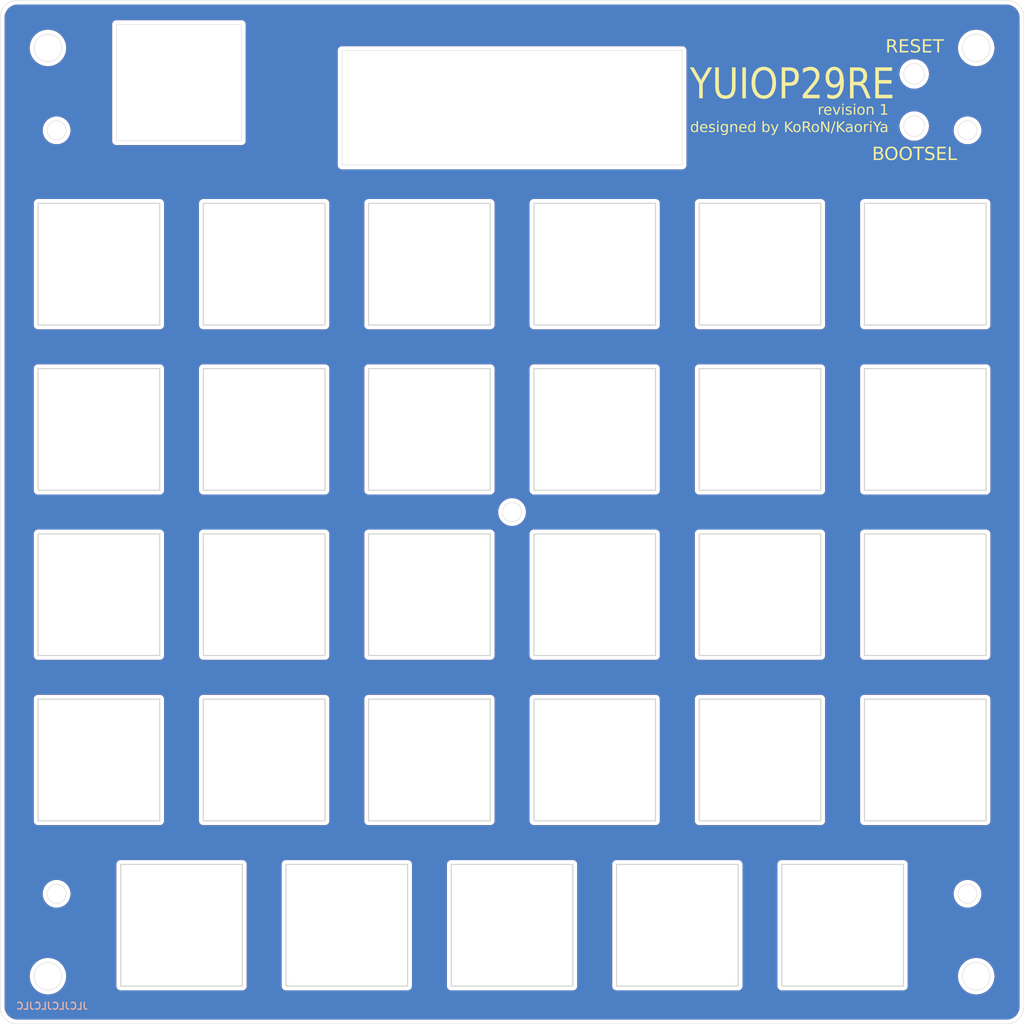
<source format=kicad_pcb>
(kicad_pcb (version 20240108) (generator "pcbnew") (generator_version "8.0")
  (title_block (title "YUIOP29RE/TOP PLATE") (date "2024-09-16") (rev "1") (company "KaoriYa"))
  (layers (0 "F.Cu" signal) (31 "B.Cu" signal) (34 "B.Paste" user) (35 "F.Paste" user) (36 "B.SilkS" user "B.Silkscreen") (37 "F.SilkS" user "F.Silkscreen") (38 "B.Mask" user) (39 "F.Mask" user) (44 "Edge.Cuts" user))
  (net 0 "")
  (net 1 "GND")
  (footprint "yuiop:TopPlate_v2_Switch_1u" (layer "F.Cu") (at 197.625 90.475)
    (property "Reference" "KSW12" (hide yes))
    (property "Value" "KEY_SWITCH" (hide yes))
    (fp_line (start -7.0104 -7.0104) (end -7.0104 7.0104) (stroke (width 0.12)) (layer "Edge.Cuts"))
    (fp_line (start -7.0104 7.0104) (end 7.0104 7.0104) (stroke (width 0.12)) (layer "Edge.Cuts"))
    (fp_line (start 7.0104 -7.0104) (end -7.0104 -7.0104) (stroke (width 0.12)) (layer "Edge.Cuts"))
    (fp_line (start 7.0104 7.0104) (end 7.0104 -7.0104) (stroke (width 0.12)) (layer "Edge.Cuts"))
  )
  (footprint "yuiop:TopPlate_v2_Switch_1u" (layer "F.Cu") (at 140.475 128.575)
    (property "Reference" "KSW21" (hide yes))
    (property "Value" "KEY_SWITCH" (hide yes))
    (fp_line (start -7.0104 -7.0104) (end -7.0104 7.0104) (stroke (width 0.12)) (layer "Edge.Cuts"))
    (fp_line (start -7.0104 7.0104) (end 7.0104 7.0104) (stroke (width 0.12)) (layer "Edge.Cuts"))
    (fp_line (start 7.0104 -7.0104) (end -7.0104 -7.0104) (stroke (width 0.12)) (layer "Edge.Cuts"))
    (fp_line (start 7.0104 7.0104) (end 7.0104 -7.0104) (stroke (width 0.12)) (layer "Edge.Cuts"))
  )
  (footprint "yuiop:TopPlate_v2_Switch_1u" (layer "F.Cu") (at 159.525 109.525)
    (property "Reference" "KSW16" (hide yes))
    (property "Value" "KEY_SWITCH" (hide yes))
    (fp_line (start -7.0104 -7.0104) (end -7.0104 7.0104) (stroke (width 0.12)) (layer "Edge.Cuts"))
    (fp_line (start -7.0104 7.0104) (end 7.0104 7.0104) (stroke (width 0.12)) (layer "Edge.Cuts"))
    (fp_line (start 7.0104 -7.0104) (end -7.0104 -7.0104) (stroke (width 0.12)) (layer "Edge.Cuts"))
    (fp_line (start 7.0104 7.0104) (end 7.0104 -7.0104) (stroke (width 0.12)) (layer "Edge.Cuts"))
  )
  (footprint "yuiop:TopPlate_v2_Switch_1u" (layer "F.Cu") (at 178.575 90.475)
    (property "Reference" "KSW11" (hide yes))
    (property "Value" "KEY_SWITCH" (hide yes))
    (fp_line (start -7.0104 -7.0104) (end -7.0104 7.0104) (stroke (width 0.12)) (layer "Edge.Cuts"))
    (fp_line (start -7.0104 7.0104) (end 7.0104 7.0104) (stroke (width 0.12)) (layer "Edge.Cuts"))
    (fp_line (start 7.0104 -7.0104) (end -7.0104 -7.0104) (stroke (width 0.12)) (layer "Edge.Cuts"))
    (fp_line (start 7.0104 7.0104) (end 7.0104 -7.0104) (stroke (width 0.12)) (layer "Edge.Cuts"))
  )
  (footprint "yuiop:TopPlate_v2_Switch_1u" (layer "F.Cu") (at 140.475 109.525)
    (property "Reference" "KSW15" (hide yes))
    (property "Value" "KEY_SWITCH" (hide yes))
    (fp_line (start -7.0104 -7.0104) (end -7.0104 7.0104) (stroke (width 0.12)) (layer "Edge.Cuts"))
    (fp_line (start -7.0104 7.0104) (end 7.0104 7.0104) (stroke (width 0.12)) (layer "Edge.Cuts"))
    (fp_line (start 7.0104 -7.0104) (end -7.0104 -7.0104) (stroke (width 0.12)) (layer "Edge.Cuts"))
    (fp_line (start 7.0104 7.0104) (end 7.0104 -7.0104) (stroke (width 0.12)) (layer "Edge.Cuts"))
  )
  (footprint "yuiop:TopPlate_v2_Switch_1u" (layer "F.Cu") (at 140.475 90.475)
    (property "Reference" "KSW9" (hide yes))
    (property "Value" "KEY_SWITCH" (hide yes))
    (fp_line (start -7.0104 -7.0104) (end -7.0104 7.0104) (stroke (width 0.12)) (layer "Edge.Cuts"))
    (fp_line (start -7.0104 7.0104) (end 7.0104 7.0104) (stroke (width 0.12)) (layer "Edge.Cuts"))
    (fp_line (start 7.0104 -7.0104) (end -7.0104 -7.0104) (stroke (width 0.12)) (layer "Edge.Cuts"))
    (fp_line (start 7.0104 7.0104) (end 7.0104 -7.0104) (stroke (width 0.12)) (layer "Edge.Cuts"))
  )
  (footprint "yuiop:TopPlate_v2_Switch_1u" (layer "F.Cu") (at 197.625 109.525)
    (property "Reference" "KSW18" (hide yes))
    (property "Value" "KEY_SWITCH" (hide yes))
    (fp_line (start -7.0104 -7.0104) (end -7.0104 7.0104) (stroke (width 0.12)) (layer "Edge.Cuts"))
    (fp_line (start -7.0104 7.0104) (end 7.0104 7.0104) (stroke (width 0.12)) (layer "Edge.Cuts"))
    (fp_line (start 7.0104 -7.0104) (end -7.0104 -7.0104) (stroke (width 0.12)) (layer "Edge.Cuts"))
    (fp_line (start 7.0104 7.0104) (end 7.0104 -7.0104) (stroke (width 0.12)) (layer "Edge.Cuts"))
  )
  (footprint "yuiop:TopPlate_v2_Switch_1u" (layer "F.Cu") (at 102.375 71.425)
    (property "Reference" "KSW1" (hide yes))
    (property "Value" "KEY_SWITCH" (hide yes))
    (fp_line (start -7.0104 -7.0104) (end -7.0104 7.0104) (stroke (width 0.12)) (layer "Edge.Cuts"))
    (fp_line (start -7.0104 7.0104) (end 7.0104 7.0104) (stroke (width 0.12)) (layer "Edge.Cuts"))
    (fp_line (start 7.0104 -7.0104) (end -7.0104 -7.0104) (stroke (width 0.12)) (layer "Edge.Cuts"))
    (fp_line (start 7.0104 7.0104) (end 7.0104 -7.0104) (stroke (width 0.12)) (layer "Edge.Cuts"))
  )
  (footprint "yuiop:TopPlate_v2_Switch_1u" (layer "F.Cu") (at 150 147.625)
    (property "Reference" "KSW27" (hide yes))
    (property "Value" "KEY_SWITCH" (hide yes))
    (fp_line (start -7.0104 -7.0104) (end -7.0104 7.0104) (stroke (width 0.12)) (layer "Edge.Cuts"))
    (fp_line (start -7.0104 7.0104) (end 7.0104 7.0104) (stroke (width 0.12)) (layer "Edge.Cuts"))
    (fp_line (start 7.0104 -7.0104) (end -7.0104 -7.0104) (stroke (width 0.12)) (layer "Edge.Cuts"))
    (fp_line (start 7.0104 7.0104) (end 7.0104 -7.0104) (stroke (width 0.12)) (layer "Edge.Cuts"))
  )
  (footprint "yuiop:TopPlate_v2_Switch_1u" (layer "F.Cu") (at 197.625 128.575)
    (property "Reference" "KSW24" (hide yes))
    (property "Value" "KEY_SWITCH" (hide yes))
    (fp_line (start -7.0104 -7.0104) (end -7.0104 7.0104) (stroke (width 0.12)) (layer "Edge.Cuts"))
    (fp_line (start -7.0104 7.0104) (end 7.0104 7.0104) (stroke (width 0.12)) (layer "Edge.Cuts"))
    (fp_line (start 7.0104 -7.0104) (end -7.0104 -7.0104) (stroke (width 0.12)) (layer "Edge.Cuts"))
    (fp_line (start 7.0104 7.0104) (end 7.0104 -7.0104) (stroke (width 0.12)) (layer "Edge.Cuts"))
  )
  (footprint "yuiop:TopPlate_v2_Switch_1u" (layer "F.Cu") (at 169.05 147.625)
    (property "Reference" "KSW28" (hide yes))
    (property "Value" "KEY_SWITCH" (hide yes))
    (fp_line (start -7.0104 -7.0104) (end -7.0104 7.0104) (stroke (width 0.12)) (layer "Edge.Cuts"))
    (fp_line (start -7.0104 7.0104) (end 7.0104 7.0104) (stroke (width 0.12)) (layer "Edge.Cuts"))
    (fp_line (start 7.0104 -7.0104) (end -7.0104 -7.0104) (stroke (width 0.12)) (layer "Edge.Cuts"))
    (fp_line (start 7.0104 7.0104) (end 7.0104 -7.0104) (stroke (width 0.12)) (layer "Edge.Cuts"))
  )
  (footprint "yuiop:TopPlate_v2_Switch_1u" (layer "F.Cu") (at 111.9 147.625)
    (property "Reference" "KSW25" (hide yes))
    (property "Value" "KEY_SWITCH" (hide yes))
    (fp_line (start -7.0104 -7.0104) (end -7.0104 7.0104) (stroke (width 0.12)) (layer "Edge.Cuts"))
    (fp_line (start -7.0104 7.0104) (end 7.0104 7.0104) (stroke (width 0.12)) (layer "Edge.Cuts"))
    (fp_line (start 7.0104 -7.0104) (end -7.0104 -7.0104) (stroke (width 0.12)) (layer "Edge.Cuts"))
    (fp_line (start 7.0104 7.0104) (end 7.0104 -7.0104) (stroke (width 0.12)) (layer "Edge.Cuts"))
  )
  (footprint "yuiop:TopPlate_v2_Switch_1u" (layer "F.Cu") (at 159.525 90.475)
    (property "Reference" "KSW10" (hide yes))
    (property "Value" "KEY_SWITCH" (hide yes))
    (fp_line (start -7.0104 -7.0104) (end -7.0104 7.0104) (stroke (width 0.12)) (layer "Edge.Cuts"))
    (fp_line (start -7.0104 7.0104) (end 7.0104 7.0104) (stroke (width 0.12)) (layer "Edge.Cuts"))
    (fp_line (start 7.0104 -7.0104) (end -7.0104 -7.0104) (stroke (width 0.12)) (layer "Edge.Cuts"))
    (fp_line (start 7.0104 7.0104) (end 7.0104 -7.0104) (stroke (width 0.12)) (layer "Edge.Cuts"))
  )
  (footprint "yuiop:TopPlate_v2_Switch_1u" (layer "F.Cu") (at 102.375 128.575)
    (property "Reference" "KSW19" (hide yes))
    (property "Value" "KEY_SWITCH" (hide yes))
    (fp_line (start -7.0104 -7.0104) (end -7.0104 7.0104) (stroke (width 0.12)) (layer "Edge.Cuts"))
    (fp_line (start -7.0104 7.0104) (end 7.0104 7.0104) (stroke (width 0.12)) (layer "Edge.Cuts"))
    (fp_line (start 7.0104 -7.0104) (end -7.0104 -7.0104) (stroke (width 0.12)) (layer "Edge.Cuts"))
    (fp_line (start 7.0104 7.0104) (end 7.0104 -7.0104) (stroke (width 0.12)) (layer "Edge.Cuts"))
  )
  (footprint "yuiop:TopPlate_v2_Switch_1u" (layer "F.Cu") (at 159.525 71.425)
    (property "Reference" "KSW4" (hide yes))
    (property "Value" "KEY_SWITCH" (hide yes))
    (fp_line (start -7.0104 -7.0104) (end -7.0104 7.0104) (stroke (width 0.12)) (layer "Edge.Cuts"))
    (fp_line (start -7.0104 7.0104) (end 7.0104 7.0104) (stroke (width 0.12)) (layer "Edge.Cuts"))
    (fp_line (start 7.0104 -7.0104) (end -7.0104 -7.0104) (stroke (width 0.12)) (layer "Edge.Cuts"))
    (fp_line (start 7.0104 7.0104) (end 7.0104 -7.0104) (stroke (width 0.12)) (layer "Edge.Cuts"))
  )
  (footprint "yuiop:TopPlate_v2_Switch_1u" (layer "F.Cu") (at 159.525 128.575)
    (property "Reference" "KSW22" (hide yes))
    (property "Value" "KEY_SWITCH" (hide yes))
    (fp_line (start -7.0104 -7.0104) (end -7.0104 7.0104) (stroke (width 0.12)) (layer "Edge.Cuts"))
    (fp_line (start -7.0104 7.0104) (end 7.0104 7.0104) (stroke (width 0.12)) (layer "Edge.Cuts"))
    (fp_line (start 7.0104 -7.0104) (end -7.0104 -7.0104) (stroke (width 0.12)) (layer "Edge.Cuts"))
    (fp_line (start 7.0104 7.0104) (end 7.0104 -7.0104) (stroke (width 0.12)) (layer "Edge.Cuts"))
  )
  (footprint "yuiop:TopPlate_v2_Switch_1u" (layer "F.Cu") (at 121.425 109.525)
    (property "Reference" "KSW14" (hide yes))
    (property "Value" "KEY_SWITCH" (hide yes))
    (fp_line (start -7.0104 -7.0104) (end -7.0104 7.0104) (stroke (width 0.12)) (layer "Edge.Cuts"))
    (fp_line (start -7.0104 7.0104) (end 7.0104 7.0104) (stroke (width 0.12)) (layer "Edge.Cuts"))
    (fp_line (start 7.0104 -7.0104) (end -7.0104 -7.0104) (stroke (width 0.12)) (layer "Edge.Cuts"))
    (fp_line (start 7.0104 7.0104) (end 7.0104 -7.0104) (stroke (width 0.12)) (layer "Edge.Cuts"))
  )
  (footprint "yuiop:TopPlate_v2_Switch_1u" (layer "F.Cu") (at 121.425 128.575)
    (property "Reference" "KSW20" (hide yes))
    (property "Value" "KEY_SWITCH" (hide yes))
    (fp_line (start -7.0104 -7.0104) (end -7.0104 7.0104) (stroke (width 0.12)) (layer "Edge.Cuts"))
    (fp_line (start -7.0104 7.0104) (end 7.0104 7.0104) (stroke (width 0.12)) (layer "Edge.Cuts"))
    (fp_line (start 7.0104 -7.0104) (end -7.0104 -7.0104) (stroke (width 0.12)) (layer "Edge.Cuts"))
    (fp_line (start 7.0104 7.0104) (end 7.0104 -7.0104) (stroke (width 0.12)) (layer "Edge.Cuts"))
  )
  (footprint "yuiop:TopPlate_v2_Switch_1u" (layer "F.Cu") (at 102.375 109.525)
    (property "Reference" "KSW13" (hide yes))
    (property "Value" "KEY_SWITCH" (hide yes))
    (fp_line (start -7.0104 -7.0104) (end -7.0104 7.0104) (stroke (width 0.12)) (layer "Edge.Cuts"))
    (fp_line (start -7.0104 7.0104) (end 7.0104 7.0104) (stroke (width 0.12)) (layer "Edge.Cuts"))
    (fp_line (start 7.0104 -7.0104) (end -7.0104 -7.0104) (stroke (width 0.12)) (layer "Edge.Cuts"))
    (fp_line (start 7.0104 7.0104) (end 7.0104 -7.0104) (stroke (width 0.12)) (layer "Edge.Cuts"))
  )
  (footprint "yuiop:TopPlate_v2_Switch_1u" (layer "F.Cu") (at 178.575 128.575)
    (property "Reference" "KSW23" (hide yes))
    (property "Value" "KEY_SWITCH" (hide yes))
    (fp_line (start -7.0104 -7.0104) (end -7.0104 7.0104) (stroke (width 0.12)) (layer "Edge.Cuts"))
    (fp_line (start -7.0104 7.0104) (end 7.0104 7.0104) (stroke (width 0.12)) (layer "Edge.Cuts"))
    (fp_line (start 7.0104 -7.0104) (end -7.0104 -7.0104) (stroke (width 0.12)) (layer "Edge.Cuts"))
    (fp_line (start 7.0104 7.0104) (end 7.0104 -7.0104) (stroke (width 0.12)) (layer "Edge.Cuts"))
  )
  (footprint "yuiop:TopPlate_v2_Switch_1u" (layer "F.Cu") (at 188.1 147.625)
    (property "Reference" "KSW29" (hide yes))
    (property "Value" "KEY_SWITCH" (hide yes))
    (fp_line (start -7.0104 -7.0104) (end -7.0104 7.0104) (stroke (width 0.12)) (layer "Edge.Cuts"))
    (fp_line (start -7.0104 7.0104) (end 7.0104 7.0104) (stroke (width 0.12)) (layer "Edge.Cuts"))
    (fp_line (start 7.0104 -7.0104) (end -7.0104 -7.0104) (stroke (width 0.12)) (layer "Edge.Cuts"))
    (fp_line (start 7.0104 7.0104) (end 7.0104 -7.0104) (stroke (width 0.12)) (layer "Edge.Cuts"))
  )
  (footprint "yuiop:TopPlate_v2_Switch_1u" (layer "F.Cu") (at 197.625 71.425)
    (property "Reference" "KSW6" (hide yes))
    (property "Value" "KEY_SWITCH" (hide yes))
    (fp_line (start -7.0104 -7.0104) (end -7.0104 7.0104) (stroke (width 0.12)) (layer "Edge.Cuts"))
    (fp_line (start -7.0104 7.0104) (end 7.0104 7.0104) (stroke (width 0.12)) (layer "Edge.Cuts"))
    (fp_line (start 7.0104 -7.0104) (end -7.0104 -7.0104) (stroke (width 0.12)) (layer "Edge.Cuts"))
    (fp_line (start 7.0104 7.0104) (end 7.0104 -7.0104) (stroke (width 0.12)) (layer "Edge.Cuts"))
  )
  (footprint "yuiop:TopPlate_v2_Switch_1u" (layer "F.Cu") (at 121.425 71.425)
    (property "Reference" "KSW2" (hide yes))
    (property "Value" "KEY_SWITCH" (hide yes))
    (fp_line (start -7.0104 -7.0104) (end -7.0104 7.0104) (stroke (width 0.12)) (layer "Edge.Cuts"))
    (fp_line (start -7.0104 7.0104) (end 7.0104 7.0104) (stroke (width 0.12)) (layer "Edge.Cuts"))
    (fp_line (start 7.0104 -7.0104) (end -7.0104 -7.0104) (stroke (width 0.12)) (layer "Edge.Cuts"))
    (fp_line (start 7.0104 7.0104) (end 7.0104 -7.0104) (stroke (width 0.12)) (layer "Edge.Cuts"))
  )
  (footprint "yuiop:TopPlate_v2_Switch_1u" (layer "F.Cu") (at 140.475 71.425)
    (property "Reference" "KSW3" (hide yes))
    (property "Value" "KEY_SWITCH" (hide yes))
    (fp_line (start -7.0104 -7.0104) (end -7.0104 7.0104) (stroke (width 0.12)) (layer "Edge.Cuts"))
    (fp_line (start -7.0104 7.0104) (end 7.0104 7.0104) (stroke (width 0.12)) (layer "Edge.Cuts"))
    (fp_line (start 7.0104 -7.0104) (end -7.0104 -7.0104) (stroke (width 0.12)) (layer "Edge.Cuts"))
    (fp_line (start 7.0104 7.0104) (end 7.0104 -7.0104) (stroke (width 0.12)) (layer "Edge.Cuts"))
  )
  (footprint "yuiop:TopPlate_v2_Switch_1u" (layer "F.Cu") (at 178.575 109.525)
    (property "Reference" "KSW17" (hide yes))
    (property "Value" "KEY_SWITCH" (hide yes))
    (fp_line (start -7.0104 -7.0104) (end -7.0104 7.0104) (stroke (width 0.12)) (layer "Edge.Cuts"))
    (fp_line (start -7.0104 7.0104) (end 7.0104 7.0104) (stroke (width 0.12)) (layer "Edge.Cuts"))
    (fp_line (start 7.0104 -7.0104) (end -7.0104 -7.0104) (stroke (width 0.12)) (layer "Edge.Cuts"))
    (fp_line (start 7.0104 7.0104) (end 7.0104 -7.0104) (stroke (width 0.12)) (layer "Edge.Cuts"))
  )
  (footprint "yuiop:TopPlate_v2_Switch_1u" (layer "F.Cu") (at 102.375 90.475)
    (property "Reference" "KSW7" (hide yes))
    (property "Value" "KEY_SWITCH" (hide yes))
    (fp_line (start -7.0104 -7.0104) (end -7.0104 7.0104) (stroke (width 0.12)) (layer "Edge.Cuts"))
    (fp_line (start -7.0104 7.0104) (end 7.0104 7.0104) (stroke (width 0.12)) (layer "Edge.Cuts"))
    (fp_line (start 7.0104 -7.0104) (end -7.0104 -7.0104) (stroke (width 0.12)) (layer "Edge.Cuts"))
    (fp_line (start 7.0104 7.0104) (end 7.0104 -7.0104) (stroke (width 0.12)) (layer "Edge.Cuts"))
  )
  (footprint "yuiop:TopPlate_v2_Switch_1u" (layer "F.Cu") (at 178.575 71.425)
    (property "Reference" "KSW5" (hide yes))
    (property "Value" "KEY_SWITCH" (hide yes))
    (fp_line (start -7.0104 -7.0104) (end -7.0104 7.0104) (stroke (width 0.12)) (layer "Edge.Cuts"))
    (fp_line (start -7.0104 7.0104) (end 7.0104 7.0104) (stroke (width 0.12)) (layer "Edge.Cuts"))
    (fp_line (start 7.0104 -7.0104) (end -7.0104 -7.0104) (stroke (width 0.12)) (layer "Edge.Cuts"))
    (fp_line (start 7.0104 7.0104) (end 7.0104 -7.0104) (stroke (width 0.12)) (layer "Edge.Cuts"))
  )
  (footprint "yuiop:TopPlate_v2_Switch_1u" (layer "F.Cu") (at 130.95 147.625)
    (property "Reference" "KSW26" (hide yes))
    (property "Value" "KEY_SWITCH" (hide yes))
    (fp_line (start -7.0104 -7.0104) (end -7.0104 7.0104) (stroke (width 0.12)) (layer "Edge.Cuts"))
    (fp_line (start -7.0104 7.0104) (end 7.0104 7.0104) (stroke (width 0.12)) (layer "Edge.Cuts"))
    (fp_line (start 7.0104 -7.0104) (end -7.0104 -7.0104) (stroke (width 0.12)) (layer "Edge.Cuts"))
    (fp_line (start 7.0104 7.0104) (end 7.0104 -7.0104) (stroke (width 0.12)) (layer "Edge.Cuts"))
  )
  (footprint "yuiop:TopPlate_v2_Switch_1u" (layer "F.Cu") (at 121.425 90.475)
    (property "Reference" "KSW8" (hide yes))
    (property "Value" "KEY_SWITCH" (hide yes))
    (fp_line (start -7.0104 -7.0104) (end -7.0104 7.0104) (stroke (width 0.12)) (layer "Edge.Cuts"))
    (fp_line (start -7.0104 7.0104) (end 7.0104 7.0104) (stroke (width 0.12)) (layer "Edge.Cuts"))
    (fp_line (start 7.0104 -7.0104) (end -7.0104 -7.0104) (stroke (width 0.12)) (layer "Edge.Cuts"))
    (fp_line (start 7.0104 7.0104) (end 7.0104 -7.0104) (stroke (width 0.12)) (layer "Edge.Cuts"))
  )
  (gr_rect (start 130.4 46.8) (end 169.6 60) (stroke (width 0.05)) (fill none) (layer "Edge.Cuts"))
  (gr_circle (center 196.355 55.502) (end 197.555 55.502) (stroke (width 0.05)) (fill none) (layer "Edge.Cuts"))
  (gr_circle (center 202.5 144) (end 201.4 144) (stroke (width 0.05)) (fill none) (layer "Edge.Cuts"))
  (gr_circle (center 150 100) (end 148.9 100) (stroke (width 0.05)) (fill none) (layer "Edge.Cuts"))
  (gr_arc (start 209 157) (mid 208.414214 158.414214) (end 207 159) (stroke (width 0.05)) (layer "Edge.Cuts"))
  (gr_circle (center 203.5 153.5) (end 205.1 153.5) (stroke (width 0.05)) (fill none) (layer "Edge.Cuts"))
  (gr_line (start 91 157) (end 91 43) (stroke (width 0.05)) (layer "Edge.Cuts"))
  (gr_circle (center 96.5 46.5) (end 98.1 46.5) (stroke (width 0.05)) (fill none) (layer "Edge.Cuts"))
  (gr_circle (center 97.5 144) (end 96.4 144) (stroke (width 0.05)) (fill none) (layer "Edge.Cuts"))
  (gr_circle (center 202.5 56) (end 201.4 56) (stroke (width 0.05)) (fill none) (layer "Edge.Cuts"))
  (gr_arc (start 207 41) (mid 208.414214 41.585786) (end 209 43) (stroke (width 0.05)) (layer "Edge.Cuts"))
  (gr_circle (center 97.5 56) (end 96.4 56) (stroke (width 0.05)) (fill none) (layer "Edge.Cuts"))
  (gr_rect (start 104.4 43.8) (end 118.8 57.2) (stroke (width 0.05)) (fill none) (layer "Edge.Cuts"))
  (gr_circle (center 196.355 49.502) (end 197.555 49.502) (stroke (width 0.05)) (fill none) (layer "Edge.Cuts"))
  (gr_line (start 93 41) (end 207 41) (stroke (width 0.05)) (layer "Edge.Cuts"))
  (gr_line (start 209 43) (end 209 157) (stroke (width 0.05)) (layer "Edge.Cuts"))
  (gr_arc (start 91 43) (mid 91.585786 41.585786) (end 93 41) (stroke (width 0.05)) (layer "Edge.Cuts"))
  (gr_arc (start 93 159) (mid 91.585786 158.414214) (end 91 157) (stroke (width 0.05)) (layer "Edge.Cuts"))
  (gr_circle (center 203.5 46.5) (end 205.1 46.5) (stroke (width 0.05)) (fill none) (layer "Edge.Cuts"))
  (gr_circle (center 96.5 153.5) (end 98.1 153.5) (stroke (width 0.05)) (fill none) (layer "Edge.Cuts"))
  (gr_line (start 207 159) (end 93 159) (stroke (width 0.05)) (layer "Edge.Cuts"))
  (gr_text "JLCJLCJLCJLC" (at 101.2 157.4 0) (layer "B.SilkS") (effects (font (size 0.8 0.8)) (justify left bottom mirror)))
  (gr_text "RESET" (at 196.4 46.4 0) (layer "F.SilkS") (effects (font (size 1.5 1.5) (thickness 0.1))))
  (gr_text "revision 1" (at 193.4 54.4 0) (layer "F.SilkS") (effects (font (size 1.2 1.2) (thickness 0.1875)) (justify right bottom)))
  (gr_text "BOOTSEL" (at 196.4 58.8 0) (layer "F.SilkS") (effects (font (size 1.5 1.5) (thickness 0.1875))))
  (gr_text "designed by KoRoN/KaoriYa" (at 193.4 56.4 0) (layer "F.SilkS") (effects (font (size 1.2 1.2) (thickness 0.1)) (justify right bottom)))
  (gr_text "YUIOP29RE" (at 182.3 52.9 0) (layer "F.SilkS") (effects (font (size 3.5 3) (thickness 0.1)) (justify bottom)))
  (zone (net 1) (net_name "GND") (layer "F.Cu") (connect_pads (clearance 0.2)) (min_thickness 0.2) (fill yes (thermal_gap 0.4) (thermal_bridge_width 0.4))
    (polygon (pts (xy 209 41) (xy 209 159) (xy 91 159) (xy 91 41)))
  )
  (zone (net 1) (net_name "GND") (layer "B.Cu") (priority 1) (connect_pads (clearance 0.2)) (min_thickness 0.2) (fill yes (thermal_gap 0.4) (thermal_bridge_width 0.4))
    (polygon (pts (xy 91 41) (xy 209 41) (xy 209 159) (xy 91 159)))
  )
)
</source>
